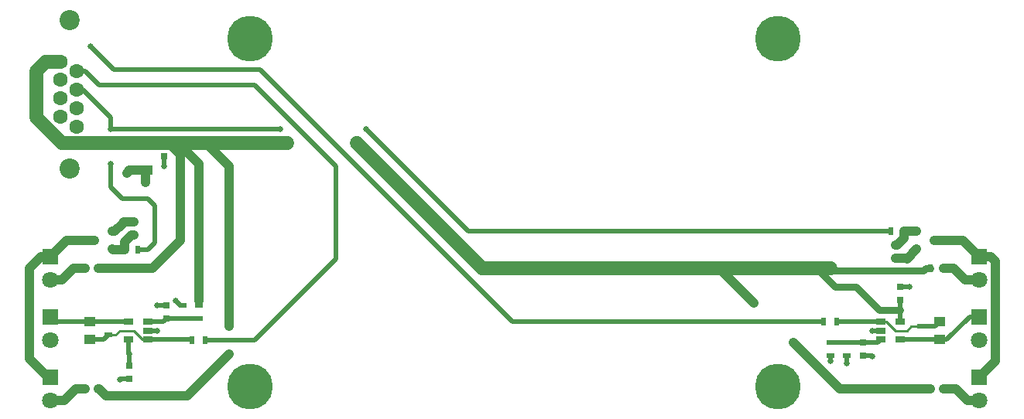
<source format=gbr>
G04 #@! TF.FileFunction,Copper,L1,Top,Signal*
%FSLAX46Y46*%
G04 Gerber Fmt 4.6, Leading zero omitted, Abs format (unit mm)*
G04 Created by KiCad (PCBNEW 4.0.7) date 01/10/18 16:33:28*
%MOMM*%
%LPD*%
G01*
G04 APERTURE LIST*
%ADD10C,0.150000*%
%ADD11C,2.200000*%
%ADD12C,1.600000*%
%ADD13R,0.750000X0.800000*%
%ADD14R,1.600000X1.000000*%
%ADD15R,0.900000X0.800000*%
%ADD16R,1.250000X1.000000*%
%ADD17R,1.800000X1.800000*%
%ADD18C,1.800000*%
%ADD19R,0.500000X0.900000*%
%ADD20R,0.900000X0.500000*%
%ADD21R,1.060000X0.650000*%
%ADD22C,5.000000*%
%ADD23C,0.660400*%
%ADD24C,1.143000*%
%ADD25C,1.016000*%
%ADD26C,0.762000*%
%ADD27C,1.524000*%
%ADD28C,0.508000*%
%ADD29C,0.254000*%
G04 APERTURE END LIST*
D10*
D11*
X34922000Y-42166000D03*
X34922000Y-25906000D03*
D12*
X33902000Y-34536000D03*
X33902000Y-32506000D03*
X35682000Y-35566000D03*
X35682000Y-33536000D03*
X35682000Y-37596000D03*
X33902000Y-36566000D03*
X35682000Y-31506000D03*
X33902000Y-30476000D03*
D13*
X45212000Y-40882000D03*
X45212000Y-39382000D03*
D14*
X43180000Y-39394000D03*
X43180000Y-42394000D03*
D15*
X39608000Y-50988000D03*
X39608000Y-49088000D03*
X37608000Y-50038000D03*
D13*
X45466000Y-57162000D03*
X45466000Y-58662000D03*
D16*
X37084000Y-60944000D03*
X37084000Y-58944000D03*
D13*
X121666000Y-62726000D03*
X121666000Y-61226000D03*
D16*
X130048000Y-58944000D03*
X130048000Y-60944000D03*
D17*
X32766000Y-58420000D03*
D18*
X32766000Y-60960000D03*
D17*
X32766000Y-51816000D03*
D18*
X32766000Y-54356000D03*
D17*
X32766000Y-65024000D03*
D18*
X32766000Y-67564000D03*
D17*
X134366000Y-51816000D03*
D18*
X134366000Y-54356000D03*
D17*
X134366000Y-65024000D03*
D18*
X134366000Y-67564000D03*
D17*
X134366000Y-58420000D03*
D18*
X134366000Y-60960000D03*
D19*
X48272000Y-60960000D03*
X49772000Y-60960000D03*
X118860000Y-58928000D03*
X117360000Y-58928000D03*
D20*
X47244000Y-58662000D03*
X47244000Y-57162000D03*
D19*
X42406000Y-51054000D03*
X40906000Y-51054000D03*
D20*
X49022000Y-58662000D03*
X49022000Y-57162000D03*
D19*
X36588000Y-53086000D03*
X38088000Y-53086000D03*
D20*
X39116000Y-58940000D03*
X39116000Y-60440000D03*
D19*
X36588000Y-66294000D03*
X38088000Y-66294000D03*
X130544000Y-53086000D03*
X129044000Y-53086000D03*
X130544000Y-66294000D03*
X129044000Y-66294000D03*
D20*
X119888000Y-61226000D03*
X119888000Y-62726000D03*
X118110000Y-61226000D03*
X118110000Y-62726000D03*
X128016000Y-60948000D03*
X128016000Y-59448000D03*
D21*
X43518000Y-60894000D03*
X43518000Y-59944000D03*
X43518000Y-58994000D03*
X41318000Y-58994000D03*
X41318000Y-60894000D03*
X123614000Y-58994000D03*
X123614000Y-59944000D03*
X123614000Y-60894000D03*
X125814000Y-60894000D03*
X125814000Y-58994000D03*
D20*
X41910000Y-49518000D03*
X41910000Y-48018000D03*
D22*
X112395000Y-66040000D03*
X54610000Y-66040000D03*
X54610000Y-27940000D03*
X112395000Y-27940000D03*
D15*
X127524000Y-49088000D03*
X127524000Y-50988000D03*
X129524000Y-50038000D03*
D20*
X125222000Y-50558000D03*
X125222000Y-52058000D03*
D19*
X126226000Y-49022000D03*
X124726000Y-49022000D03*
D13*
X41402000Y-65266000D03*
X41402000Y-63766000D03*
X125730000Y-55130000D03*
X125730000Y-56630000D03*
D23*
X109728000Y-56896000D03*
X114046000Y-61214000D03*
X52324000Y-62484000D03*
X52324000Y-59436000D03*
D24*
X66294000Y-39370000D03*
X58674000Y-39370000D03*
D23*
X118110000Y-63246000D03*
X125730000Y-57658000D03*
X49022000Y-56642000D03*
X41402000Y-62484000D03*
X40386000Y-65278000D03*
X126746000Y-55118000D03*
X126492000Y-52070000D03*
X40640000Y-48260000D03*
X43180000Y-43688000D03*
X41148000Y-42672000D03*
X45212000Y-41910000D03*
X46482000Y-56642000D03*
X119888000Y-63500000D03*
X122682000Y-62738000D03*
X122682000Y-59944000D03*
X44450000Y-57150000D03*
X44450000Y-59944000D03*
X37211000Y-28829000D03*
X67310000Y-37846000D03*
X57912000Y-37846000D03*
X39370000Y-37846000D03*
X39370000Y-41656000D03*
D25*
X129044000Y-66294000D02*
X119126000Y-66294000D01*
X106426000Y-53594000D02*
X106426000Y-53086000D01*
X109728000Y-56896000D02*
X106426000Y-53594000D01*
X119126000Y-66294000D02*
X114046000Y-61214000D01*
X38088000Y-66294000D02*
X38100000Y-66294000D01*
X38100000Y-66294000D02*
X38862000Y-67056000D01*
X38862000Y-67056000D02*
X47752000Y-67056000D01*
X47752000Y-67056000D02*
X52324000Y-62484000D01*
X52324000Y-59436000D02*
X52324000Y-41910000D01*
X52324000Y-41910000D02*
X49796000Y-39382000D01*
X49796000Y-39382000D02*
X45212000Y-39382000D01*
D26*
X125730000Y-57658000D02*
X123444000Y-57658000D01*
X118618000Y-55118000D02*
X116586000Y-53086000D01*
X120904000Y-55118000D02*
X118618000Y-55118000D01*
X123444000Y-57658000D02*
X120904000Y-55118000D01*
X129044000Y-53086000D02*
X128524000Y-53086000D01*
X128524000Y-53086000D02*
X128270000Y-53340000D01*
X128270000Y-53340000D02*
X118364000Y-53340000D01*
X118364000Y-53340000D02*
X118110000Y-53086000D01*
D27*
X116586000Y-53086000D02*
X118110000Y-53086000D01*
X58662000Y-39382000D02*
X58674000Y-39370000D01*
X58662000Y-39382000D02*
X45720000Y-39382000D01*
X80010000Y-53086000D02*
X106426000Y-53086000D01*
X106426000Y-53086000D02*
X116586000Y-53086000D01*
X66294000Y-39370000D02*
X80010000Y-53086000D01*
D25*
X45212000Y-39382000D02*
X45720000Y-39382000D01*
X45720000Y-39382000D02*
X45732000Y-39382000D01*
X43942000Y-53086000D02*
X38088000Y-53086000D01*
X46990000Y-50038000D02*
X43942000Y-53086000D01*
X46990000Y-40640000D02*
X46990000Y-50038000D01*
X45732000Y-39382000D02*
X46990000Y-40640000D01*
X49022000Y-56642000D02*
X49022000Y-41656000D01*
X46748000Y-39382000D02*
X45212000Y-39382000D01*
X49022000Y-41656000D02*
X46748000Y-39382000D01*
D28*
X41402000Y-63766000D02*
X41402000Y-62484000D01*
X125730000Y-56630000D02*
X125730000Y-57658000D01*
D27*
X43180000Y-39394000D02*
X34060000Y-39394000D01*
X32262000Y-30476000D02*
X33902000Y-30476000D01*
X31242000Y-31496000D02*
X32262000Y-30476000D01*
X31242000Y-36576000D02*
X31242000Y-31496000D01*
X34060000Y-39394000D02*
X31242000Y-36576000D01*
D25*
X45224000Y-39370000D02*
X45212000Y-39382000D01*
D27*
X43180000Y-39394000D02*
X45200000Y-39394000D01*
X45200000Y-39394000D02*
X45212000Y-39382000D01*
D28*
X118110000Y-62726000D02*
X118110000Y-63246000D01*
X125814000Y-58994000D02*
X125814000Y-57742000D01*
X125814000Y-57742000D02*
X125730000Y-57658000D01*
X49022000Y-57162000D02*
X49022000Y-56642000D01*
X41318000Y-62400000D02*
X41402000Y-62484000D01*
X41318000Y-60894000D02*
X41318000Y-62400000D01*
X41402000Y-65266000D02*
X40398000Y-65266000D01*
X40398000Y-65266000D02*
X40386000Y-65278000D01*
X125730000Y-55130000D02*
X126734000Y-55130000D01*
X126734000Y-55130000D02*
X126746000Y-55118000D01*
D25*
X125222000Y-52058000D02*
X126480000Y-52058000D01*
X126492000Y-52070000D02*
X127524000Y-51038000D01*
X126480000Y-52058000D02*
X126492000Y-52070000D01*
X127524000Y-50988000D02*
X127524000Y-51038000D01*
X41910000Y-48018000D02*
X40882000Y-48018000D01*
X40640000Y-48260000D02*
X39812000Y-49088000D01*
X40882000Y-48018000D02*
X40640000Y-48260000D01*
X39608000Y-49088000D02*
X39812000Y-49088000D01*
X43180000Y-42394000D02*
X43180000Y-43688000D01*
X43180000Y-42394000D02*
X41426000Y-42394000D01*
X41426000Y-42394000D02*
X41148000Y-42672000D01*
D28*
X45212000Y-40882000D02*
X45212000Y-41910000D01*
X47244000Y-57162000D02*
X47002000Y-57162000D01*
X47002000Y-57162000D02*
X46482000Y-56642000D01*
X119888000Y-62726000D02*
X119888000Y-63500000D01*
X123614000Y-59944000D02*
X122682000Y-59944000D01*
X122670000Y-62726000D02*
X121666000Y-62726000D01*
X122682000Y-62738000D02*
X122670000Y-62726000D01*
X43518000Y-59944000D02*
X44450000Y-59944000D01*
X44462000Y-57162000D02*
X45466000Y-57162000D01*
X44450000Y-57150000D02*
X44462000Y-57162000D01*
X35682000Y-31506000D02*
X36586000Y-31506000D01*
X55118000Y-33020000D02*
X38100000Y-33020000D01*
X64008000Y-41910000D02*
X55118000Y-33020000D01*
X64008000Y-52070000D02*
X64008000Y-41910000D01*
X55118000Y-60960000D02*
X64008000Y-52070000D01*
X55118000Y-60960000D02*
X49772000Y-60960000D01*
X36586000Y-31506000D02*
X38100000Y-33020000D01*
D25*
X40906000Y-51054000D02*
X39674000Y-51054000D01*
X39674000Y-51054000D02*
X39608000Y-50988000D01*
X41910000Y-49518000D02*
X41668000Y-49518000D01*
X41668000Y-49518000D02*
X40906000Y-50280000D01*
X40906000Y-50280000D02*
X40906000Y-51054000D01*
D28*
X47244000Y-58662000D02*
X49022000Y-58662000D01*
X45466000Y-58662000D02*
X47244000Y-58662000D01*
X43518000Y-58994000D02*
X45134000Y-58994000D01*
X45134000Y-58994000D02*
X45466000Y-58662000D01*
X43518000Y-60894000D02*
X48206000Y-60894000D01*
X48206000Y-60894000D02*
X48272000Y-60960000D01*
D29*
X39116000Y-60440000D02*
X39890000Y-60440000D01*
X42860000Y-60894000D02*
X43518000Y-60894000D01*
X41910000Y-59944000D02*
X42860000Y-60894000D01*
X40386000Y-59944000D02*
X41910000Y-59944000D01*
X39890000Y-60440000D02*
X40386000Y-59944000D01*
D28*
X37084000Y-60944000D02*
X38612000Y-60944000D01*
X38612000Y-60944000D02*
X39116000Y-60440000D01*
X39116000Y-58940000D02*
X41264000Y-58940000D01*
X41264000Y-58940000D02*
X41318000Y-58994000D01*
X37084000Y-58944000D02*
X39112000Y-58944000D01*
X39112000Y-58944000D02*
X39116000Y-58940000D01*
X37084000Y-58944000D02*
X33290000Y-58944000D01*
X33290000Y-58944000D02*
X32766000Y-58420000D01*
X121666000Y-61226000D02*
X123282000Y-61226000D01*
X123282000Y-61226000D02*
X123614000Y-60894000D01*
X119888000Y-61226000D02*
X121666000Y-61226000D01*
X118110000Y-61226000D02*
X119888000Y-61226000D01*
X123614000Y-58994000D02*
X118926000Y-58994000D01*
X118926000Y-58994000D02*
X118860000Y-58928000D01*
X128016000Y-59448000D02*
X129544000Y-59448000D01*
X129544000Y-59448000D02*
X130048000Y-58944000D01*
D29*
X128016000Y-59448000D02*
X126988000Y-59448000D01*
X124272000Y-58994000D02*
X123614000Y-58994000D01*
X125222000Y-59944000D02*
X124272000Y-58994000D01*
X126492000Y-59944000D02*
X125222000Y-59944000D01*
X126988000Y-59448000D02*
X126492000Y-59944000D01*
D28*
X130048000Y-60944000D02*
X130826000Y-60944000D01*
X133350000Y-58420000D02*
X134366000Y-58420000D01*
X130826000Y-60944000D02*
X133350000Y-58420000D01*
X128016000Y-60948000D02*
X130044000Y-60948000D01*
X130044000Y-60948000D02*
X130048000Y-60944000D01*
X125814000Y-60894000D02*
X127962000Y-60894000D01*
X127962000Y-60894000D02*
X128016000Y-60948000D01*
D25*
X36588000Y-53086000D02*
X35306000Y-53086000D01*
X34036000Y-54356000D02*
X32766000Y-54356000D01*
X35306000Y-53086000D02*
X34036000Y-54356000D01*
X36588000Y-66294000D02*
X35560000Y-66294000D01*
X34290000Y-67564000D02*
X32766000Y-67564000D01*
X35560000Y-66294000D02*
X34290000Y-67564000D01*
X134366000Y-54356000D02*
X132842000Y-54356000D01*
X131572000Y-53086000D02*
X130544000Y-53086000D01*
X132842000Y-54356000D02*
X131572000Y-53086000D01*
X130544000Y-66294000D02*
X131826000Y-66294000D01*
X133096000Y-67564000D02*
X134366000Y-67564000D01*
X131826000Y-66294000D02*
X133096000Y-67564000D01*
D28*
X37211000Y-28829000D02*
X39751000Y-31369000D01*
X39751000Y-31369000D02*
X55753000Y-31369000D01*
X55753000Y-31369000D02*
X83312000Y-58928000D01*
X83312000Y-58928000D02*
X117360000Y-58928000D01*
X39370000Y-37846000D02*
X57912000Y-37846000D01*
X78486000Y-49022000D02*
X124726000Y-49022000D01*
X67310000Y-37846000D02*
X78486000Y-49022000D01*
X35682000Y-33536000D02*
X36330000Y-33536000D01*
X36330000Y-33536000D02*
X39370000Y-36576000D01*
X39370000Y-36576000D02*
X39370000Y-37846000D01*
X39370000Y-41656000D02*
X39370000Y-44196000D01*
X39370000Y-44196000D02*
X40640000Y-45466000D01*
X40640000Y-45466000D02*
X43434000Y-45466000D01*
X43434000Y-45466000D02*
X44196000Y-46228000D01*
X44196000Y-46228000D02*
X44196000Y-50292000D01*
X44196000Y-50292000D02*
X43434000Y-51054000D01*
X43434000Y-51054000D02*
X42406000Y-51054000D01*
D25*
X32766000Y-65024000D02*
X32512000Y-65024000D01*
X32512000Y-65024000D02*
X30480000Y-62992000D01*
X30480000Y-62992000D02*
X30480000Y-53086000D01*
X30480000Y-53086000D02*
X31750000Y-51816000D01*
X31750000Y-51816000D02*
X32766000Y-51816000D01*
X37608000Y-50038000D02*
X34544000Y-50038000D01*
X34544000Y-50038000D02*
X32766000Y-51816000D01*
X32258000Y-51816000D02*
X32766000Y-51816000D01*
X134366000Y-51816000D02*
X135636000Y-51816000D01*
X136144000Y-63246000D02*
X134366000Y-65024000D01*
X136144000Y-52324000D02*
X136144000Y-63246000D01*
X135636000Y-51816000D02*
X136144000Y-52324000D01*
X129524000Y-50038000D02*
X132588000Y-50038000D01*
X132588000Y-50038000D02*
X134366000Y-51816000D01*
X125222000Y-50558000D02*
X125464000Y-50558000D01*
X125464000Y-50558000D02*
X126226000Y-49796000D01*
X126226000Y-49796000D02*
X126226000Y-49022000D01*
X126226000Y-49022000D02*
X127458000Y-49022000D01*
X127458000Y-49022000D02*
X127524000Y-49088000D01*
M02*

</source>
